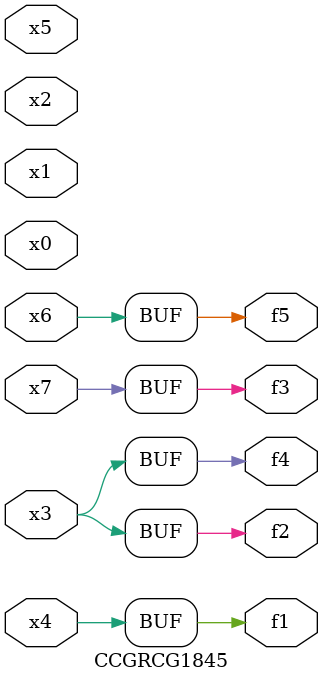
<source format=v>
module CCGRCG1845(
	input x0, x1, x2, x3, x4, x5, x6, x7,
	output f1, f2, f3, f4, f5
);
	assign f1 = x4;
	assign f2 = x3;
	assign f3 = x7;
	assign f4 = x3;
	assign f5 = x6;
endmodule

</source>
